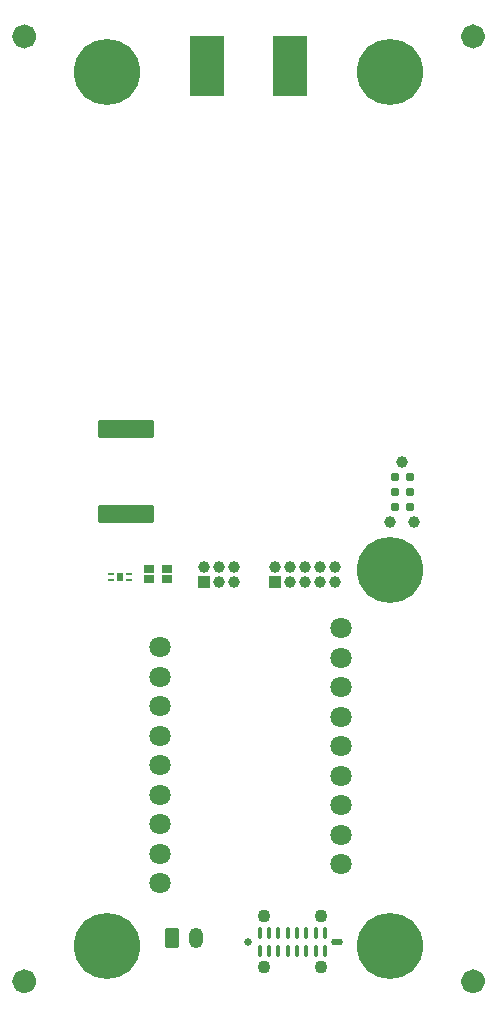
<source format=gbr>
%TF.GenerationSoftware,KiCad,Pcbnew,9.0.1*%
%TF.CreationDate,2025-10-13T19:02:50-04:00*%
%TF.ProjectId,OshTelemega,4f736854-656c-4656-9d65-67612e6b6963,rev?*%
%TF.SameCoordinates,Original*%
%TF.FileFunction,Soldermask,Top*%
%TF.FilePolarity,Negative*%
%FSLAX46Y46*%
G04 Gerber Fmt 4.6, Leading zero omitted, Abs format (unit mm)*
G04 Created by KiCad (PCBNEW 9.0.1) date 2025-10-13 19:02:50*
%MOMM*%
%LPD*%
G01*
G04 APERTURE LIST*
G04 Aperture macros list*
%AMRoundRect*
0 Rectangle with rounded corners*
0 $1 Rounding radius*
0 $2 $3 $4 $5 $6 $7 $8 $9 X,Y pos of 4 corners*
0 Add a 4 corners polygon primitive as box body*
4,1,4,$2,$3,$4,$5,$6,$7,$8,$9,$2,$3,0*
0 Add four circle primitives for the rounded corners*
1,1,$1+$1,$2,$3*
1,1,$1+$1,$4,$5*
1,1,$1+$1,$6,$7*
1,1,$1+$1,$8,$9*
0 Add four rect primitives between the rounded corners*
20,1,$1+$1,$2,$3,$4,$5,0*
20,1,$1+$1,$4,$5,$6,$7,0*
20,1,$1+$1,$6,$7,$8,$9,0*
20,1,$1+$1,$8,$9,$2,$3,0*%
G04 Aperture macros list end*
%ADD10C,1.050000*%
%ADD11RoundRect,0.062500X0.212500X-0.062500X0.212500X0.062500X-0.212500X0.062500X-0.212500X-0.062500X0*%
%ADD12R,0.600000X0.800000*%
%ADD13C,1.800000*%
%ADD14C,5.600000*%
%ADD15RoundRect,0.250000X-0.350000X-0.625000X0.350000X-0.625000X0.350000X0.625000X-0.350000X0.625000X0*%
%ADD16O,1.200000X1.750000*%
%ADD17C,0.660000*%
%ADD18O,1.000000X0.580000*%
%ADD19RoundRect,0.075000X-0.075000X-0.425000X0.075000X-0.425000X0.075000X0.425000X-0.075000X0.425000X0*%
%ADD20C,1.100000*%
%ADD21R,0.850000X0.650000*%
%ADD22R,1.000000X1.000000*%
%ADD23C,1.000000*%
%ADD24RoundRect,0.102000X2.250000X-0.675000X2.250000X0.675000X-2.250000X0.675000X-2.250000X-0.675000X0*%
%ADD25C,0.990600*%
%ADD26C,0.787400*%
%ADD27R,3.000000X5.140000*%
G04 APERTURE END LIST*
D10*
X16525000Y-100000000D02*
G75*
G02*
X15475000Y-100000000I-525000J0D01*
G01*
X15475000Y-100000000D02*
G75*
G02*
X16525000Y-100000000I525000J0D01*
G01*
X54525000Y-20000000D02*
G75*
G02*
X53475000Y-20000000I-525000J0D01*
G01*
X53475000Y-20000000D02*
G75*
G02*
X54525000Y-20000000I525000J0D01*
G01*
X54525000Y-100000000D02*
G75*
G02*
X53475000Y-100000000I-525000J0D01*
G01*
X53475000Y-100000000D02*
G75*
G02*
X54525000Y-100000000I525000J0D01*
G01*
X16525000Y-20000000D02*
G75*
G02*
X15475000Y-20000000I-525000J0D01*
G01*
X15475000Y-20000000D02*
G75*
G02*
X16525000Y-20000000I525000J0D01*
G01*
D11*
%TO.C,U7*%
X23345000Y-66040000D03*
X24895000Y-66040000D03*
X24895000Y-65540000D03*
X23345000Y-65540000D03*
D12*
X24120000Y-65790000D03*
%TD*%
D13*
%TO.C,J6*%
X42800000Y-90099998D03*
X42800000Y-87599998D03*
X42800000Y-85099998D03*
X42800000Y-82599997D03*
X42800000Y-80099997D03*
X42800000Y-77599997D03*
X42800000Y-75100000D03*
X42800000Y-72600000D03*
X42800000Y-70100000D03*
%TD*%
D14*
%TO.C,H2*%
X23000000Y-97000000D03*
%TD*%
D15*
%TO.C,J8*%
X28500000Y-96350000D03*
D16*
X30500000Y-96350000D03*
%TD*%
D17*
%TO.C,J4*%
X34950000Y-96650000D03*
D18*
X42450000Y-96650000D03*
D19*
X35920000Y-95890000D03*
X36710000Y-95890000D03*
X37500000Y-95890000D03*
X38290000Y-95890000D03*
X39080000Y-95890000D03*
X39870000Y-95890000D03*
X40660000Y-95890000D03*
X41450000Y-95890000D03*
X41450000Y-97410000D03*
X40660000Y-97410000D03*
X39870000Y-97410000D03*
X39080000Y-97410000D03*
X38290000Y-97410000D03*
X37500000Y-97410000D03*
X36710000Y-97410000D03*
X35920000Y-97410000D03*
D20*
X36300000Y-94500000D03*
X36300000Y-98800000D03*
X41100000Y-94500000D03*
X41100000Y-98800000D03*
%TD*%
D21*
%TO.C,D5*%
X28050000Y-65050000D03*
X28050000Y-65900000D03*
X26600000Y-65050000D03*
X26600000Y-65900000D03*
%TD*%
D14*
%TO.C,H3*%
X47000000Y-97000000D03*
%TD*%
%TO.C,H4*%
X47000000Y-23000000D03*
%TD*%
%TO.C,H5*%
X47000000Y-65200000D03*
%TD*%
D22*
%TO.C,J9*%
X37240000Y-66200000D03*
D23*
X37240000Y-64929999D03*
X38510001Y-66200000D03*
X38510000Y-64930000D03*
X39780000Y-66200000D03*
X39780000Y-64930000D03*
X41050000Y-66200000D03*
X41050000Y-64930000D03*
X42319999Y-66200000D03*
X42320000Y-64930000D03*
%TD*%
D22*
%TO.C,J10*%
X31210000Y-66200000D03*
D23*
X31210000Y-64929999D03*
X32480001Y-66200000D03*
X32480000Y-64930000D03*
X33750000Y-66200000D03*
X33750000Y-64930000D03*
%TD*%
D24*
%TO.C,U11*%
X24640000Y-53265000D03*
X24640000Y-60415000D03*
%TD*%
D25*
%TO.C,J1*%
X47984000Y-56060000D03*
X49000000Y-61140000D03*
X46968000Y-61140000D03*
D26*
X47349000Y-57330000D03*
X48619000Y-57330000D03*
X47349000Y-58600000D03*
X48619000Y-58600000D03*
X47349000Y-59870000D03*
X48619000Y-59870000D03*
%TD*%
D13*
%TO.C,J7*%
X27499999Y-71700000D03*
X27499999Y-74200000D03*
X27499999Y-76700000D03*
X27499999Y-79200001D03*
X27499999Y-81700001D03*
X27499999Y-84200001D03*
X27499999Y-86699998D03*
X27499999Y-89199998D03*
X27499999Y-91699998D03*
%TD*%
D14*
%TO.C,H1*%
X23000000Y-23000000D03*
%TD*%
D27*
%TO.C,J3*%
X31500000Y-22530000D03*
X38500000Y-22530000D03*
%TD*%
M02*

</source>
